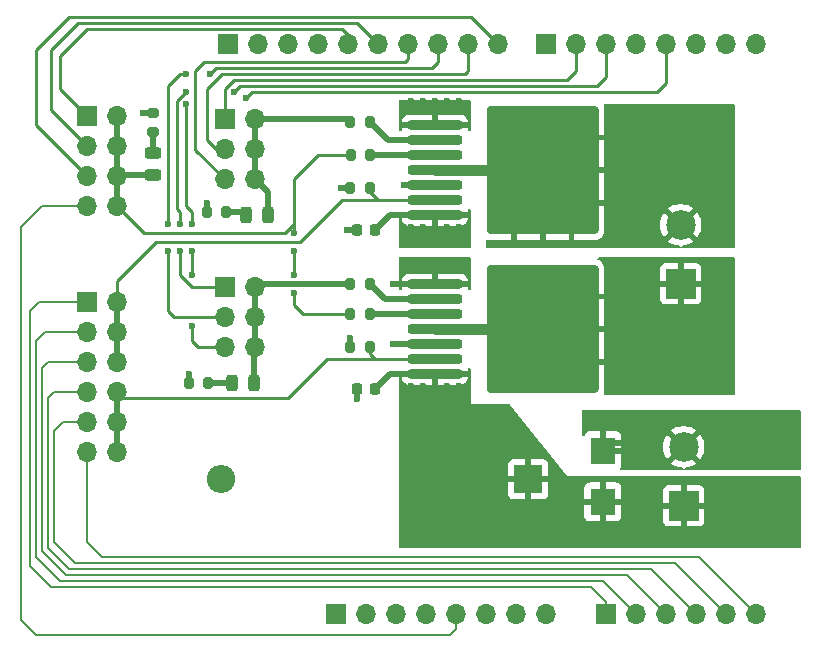
<source format=gbr>
%TF.GenerationSoftware,KiCad,Pcbnew,7.0.1*%
%TF.CreationDate,2023-05-22T01:14:16-06:00*%
%TF.ProjectId,MegaMoto_Driver_Shield,4d656761-4d6f-4746-9f5f-447269766572,rev?*%
%TF.SameCoordinates,Original*%
%TF.FileFunction,Copper,L1,Top*%
%TF.FilePolarity,Positive*%
%FSLAX46Y46*%
G04 Gerber Fmt 4.6, Leading zero omitted, Abs format (unit mm)*
G04 Created by KiCad (PCBNEW 7.0.1) date 2023-05-22 01:14:16*
%MOMM*%
%LPD*%
G01*
G04 APERTURE LIST*
G04 Aperture macros list*
%AMRoundRect*
0 Rectangle with rounded corners*
0 $1 Rounding radius*
0 $2 $3 $4 $5 $6 $7 $8 $9 X,Y pos of 4 corners*
0 Add a 4 corners polygon primitive as box body*
4,1,4,$2,$3,$4,$5,$6,$7,$8,$9,$2,$3,0*
0 Add four circle primitives for the rounded corners*
1,1,$1+$1,$2,$3*
1,1,$1+$1,$4,$5*
1,1,$1+$1,$6,$7*
1,1,$1+$1,$8,$9*
0 Add four rect primitives between the rounded corners*
20,1,$1+$1,$2,$3,$4,$5,0*
20,1,$1+$1,$4,$5,$6,$7,0*
20,1,$1+$1,$6,$7,$8,$9,0*
20,1,$1+$1,$8,$9,$2,$3,0*%
G04 Aperture macros list end*
%TA.AperFunction,ComponentPad*%
%ADD10R,1.700000X1.700000*%
%TD*%
%TA.AperFunction,ComponentPad*%
%ADD11O,1.700000X1.700000*%
%TD*%
%TA.AperFunction,SMDPad,CuDef*%
%ADD12RoundRect,0.200000X-0.200000X-0.275000X0.200000X-0.275000X0.200000X0.275000X-0.200000X0.275000X0*%
%TD*%
%TA.AperFunction,SMDPad,CuDef*%
%ADD13RoundRect,0.243750X-0.243750X-0.456250X0.243750X-0.456250X0.243750X0.456250X-0.243750X0.456250X0*%
%TD*%
%TA.AperFunction,ComponentPad*%
%ADD14R,2.500000X2.500000*%
%TD*%
%TA.AperFunction,ComponentPad*%
%ADD15C,2.500000*%
%TD*%
%TA.AperFunction,SMDPad,CuDef*%
%ADD16RoundRect,0.200000X0.200000X0.275000X-0.200000X0.275000X-0.200000X-0.275000X0.200000X-0.275000X0*%
%TD*%
%TA.AperFunction,SMDPad,CuDef*%
%ADD17RoundRect,0.225000X0.225000X0.250000X-0.225000X0.250000X-0.225000X-0.250000X0.225000X-0.250000X0*%
%TD*%
%TA.AperFunction,SMDPad,CuDef*%
%ADD18RoundRect,0.200000X0.275000X-0.200000X0.275000X0.200000X-0.275000X0.200000X-0.275000X-0.200000X0*%
%TD*%
%TA.AperFunction,SMDPad,CuDef*%
%ADD19R,2.120000X2.280000*%
%TD*%
%TA.AperFunction,ComponentPad*%
%ADD20R,2.400000X2.400000*%
%TD*%
%TA.AperFunction,ComponentPad*%
%ADD21O,2.400000X2.400000*%
%TD*%
%TA.AperFunction,SMDPad,CuDef*%
%ADD22RoundRect,0.200000X-2.100000X-0.200000X2.100000X-0.200000X2.100000X0.200000X-2.100000X0.200000X0*%
%TD*%
%TA.AperFunction,SMDPad,CuDef*%
%ADD23RoundRect,0.250000X-2.025000X-2.375000X2.025000X-2.375000X2.025000X2.375000X-2.025000X2.375000X0*%
%TD*%
%TA.AperFunction,SMDPad,CuDef*%
%ADD24RoundRect,0.250002X-4.449998X-5.149998X4.449998X-5.149998X4.449998X5.149998X-4.449998X5.149998X0*%
%TD*%
%TA.AperFunction,SMDPad,CuDef*%
%ADD25RoundRect,0.243750X-0.456250X0.243750X-0.456250X-0.243750X0.456250X-0.243750X0.456250X0.243750X0*%
%TD*%
%TA.AperFunction,ViaPad*%
%ADD26C,0.600000*%
%TD*%
%TA.AperFunction,Conductor*%
%ADD27C,0.508000*%
%TD*%
%TA.AperFunction,Conductor*%
%ADD28C,0.254000*%
%TD*%
%TA.AperFunction,Conductor*%
%ADD29C,0.889000*%
%TD*%
%TA.AperFunction,Conductor*%
%ADD30C,0.203200*%
%TD*%
G04 APERTURE END LIST*
D10*
%TO.P,J1,1,Pin_1*%
%TO.N,unconnected-(J1-Pin_1-Pad1)*%
X127940000Y-97460000D03*
D11*
%TO.P,J1,2,Pin_2*%
%TO.N,unconnected-(J1-Pin_2-Pad2)*%
X130480000Y-97460000D03*
%TO.P,J1,3,Pin_3*%
%TO.N,unconnected-(J1-Pin_3-Pad3)*%
X133020000Y-97460000D03*
%TO.P,J1,4,Pin_4*%
%TO.N,unconnected-(J1-Pin_4-Pad4)*%
X135560000Y-97460000D03*
%TO.P,J1,5,Pin_5*%
%TO.N,+5V*%
X138100000Y-97460000D03*
%TO.P,J1,6,Pin_6*%
%TO.N,GND*%
X140640000Y-97460000D03*
%TO.P,J1,7,Pin_7*%
X143180000Y-97460000D03*
%TO.P,J1,8,Pin_8*%
%TO.N,unconnected-(J1-Pin_8-Pad8)*%
X145720000Y-97460000D03*
%TD*%
D10*
%TO.P,J3,1,Pin_1*%
%TO.N,A0*%
X150800000Y-97460000D03*
D11*
%TO.P,J3,2,Pin_2*%
%TO.N,A1*%
X153340000Y-97460000D03*
%TO.P,J3,3,Pin_3*%
%TO.N,A2*%
X155880000Y-97460000D03*
%TO.P,J3,4,Pin_4*%
%TO.N,A3*%
X158420000Y-97460000D03*
%TO.P,J3,5,Pin_5*%
%TO.N,A4*%
X160960000Y-97460000D03*
%TO.P,J3,6,Pin_6*%
%TO.N,A5*%
X163500000Y-97460000D03*
%TD*%
D10*
%TO.P,J2,1,Pin_1*%
%TO.N,unconnected-(J2-Pin_1-Pad1)*%
X118796000Y-49200000D03*
D11*
%TO.P,J2,2,Pin_2*%
%TO.N,unconnected-(J2-Pin_2-Pad2)*%
X121336000Y-49200000D03*
%TO.P,J2,3,Pin_3*%
%TO.N,unconnected-(J2-Pin_3-Pad3)*%
X123876000Y-49200000D03*
%TO.P,J2,4,Pin_4*%
%TO.N,GND*%
X126416000Y-49200000D03*
%TO.P,J2,5,Pin_5*%
%TO.N,D13*%
X128956000Y-49200000D03*
%TO.P,J2,6,Pin_6*%
%TO.N,D12*%
X131496000Y-49200000D03*
%TO.P,J2,7,Pin_7*%
%TO.N,PWM11*%
X134036000Y-49200000D03*
%TO.P,J2,8,Pin_8*%
%TO.N,PWM10*%
X136576000Y-49200000D03*
%TO.P,J2,9,Pin_9*%
%TO.N,PWM9*%
X139116000Y-49200000D03*
%TO.P,J2,10,Pin_10*%
%TO.N,D8*%
X141656000Y-49200000D03*
%TD*%
D10*
%TO.P,J4,1,Pin_1*%
%TO.N,unconnected-(J4-Pin_1-Pad1)*%
X145720000Y-49200000D03*
D11*
%TO.P,J4,2,Pin_2*%
%TO.N,PWM6*%
X148260000Y-49200000D03*
%TO.P,J4,3,Pin_3*%
%TO.N,PWM5*%
X150800000Y-49200000D03*
%TO.P,J4,4,Pin_4*%
%TO.N,unconnected-(J4-Pin_4-Pad4)*%
X153340000Y-49200000D03*
%TO.P,J4,5,Pin_5*%
%TO.N,PWM3*%
X155880000Y-49200000D03*
%TO.P,J4,6,Pin_6*%
%TO.N,unconnected-(J4-Pin_6-Pad6)*%
X158420000Y-49200000D03*
%TO.P,J4,7,Pin_7*%
%TO.N,unconnected-(J4-Pin_7-Pad7)*%
X160960000Y-49200000D03*
%TO.P,J4,8,Pin_8*%
%TO.N,unconnected-(J4-Pin_8-Pad8)*%
X163500000Y-49200000D03*
%TD*%
D12*
%TO.P,R4,1*%
%TO.N,/PWM-A*%
X129147000Y-55804000D03*
%TO.P,R4,2*%
%TO.N,Net-(Q2-IN)*%
X130797000Y-55804000D03*
%TD*%
D13*
%TO.P,D2,1,K*%
%TO.N,Net-(D2-K)*%
X120320000Y-63678000D03*
%TO.P,D2,2,A*%
%TO.N,/PWM-A*%
X122195000Y-63678000D03*
%TD*%
D14*
%TO.P,J7,1,Pin_1*%
%TO.N,OUT_B*%
X157150000Y-69480000D03*
D15*
%TO.P,J7,2,Pin_2*%
%TO.N,OUT_A*%
X157150000Y-64480000D03*
%TD*%
D10*
%TO.P,J8,1,Pin_1*%
%TO.N,PWM5*%
X118537000Y-69789000D03*
D11*
%TO.P,J8,2,Pin_2*%
%TO.N,/PWM-B*%
X121077000Y-69789000D03*
%TO.P,J8,3,Pin_3*%
%TO.N,PWM10*%
X118537000Y-72329000D03*
%TO.P,J8,4,Pin_4*%
%TO.N,/PWM-B*%
X121077000Y-72329000D03*
%TO.P,J8,5,Pin_5*%
%TO.N,PWM3*%
X118537000Y-74869000D03*
%TO.P,J8,6,Pin_6*%
%TO.N,/PWM-B*%
X121077000Y-74869000D03*
%TD*%
D10*
%TO.P,J5,1,Pin_1*%
%TO.N,D13*%
X106858000Y-55296000D03*
D11*
%TO.P,J5,2,Pin_2*%
%TO.N,ENABLE*%
X109398000Y-55296000D03*
%TO.P,J5,3,Pin_3*%
%TO.N,D12*%
X106858000Y-57836000D03*
%TO.P,J5,4,Pin_4*%
%TO.N,ENABLE*%
X109398000Y-57836000D03*
%TO.P,J5,5,Pin_5*%
%TO.N,D8*%
X106858000Y-60376000D03*
%TO.P,J5,6,Pin_6*%
%TO.N,ENABLE*%
X109398000Y-60376000D03*
%TO.P,J5,7,Pin_7*%
%TO.N,+5V*%
X106858000Y-62916000D03*
%TO.P,J5,8,Pin_8*%
%TO.N,ENABLE*%
X109398000Y-62916000D03*
%TD*%
D16*
%TO.P,R8,2*%
%TO.N,GND*%
X117018000Y-63424000D03*
%TO.P,R8,1*%
%TO.N,Net-(D2-K)*%
X118668000Y-63424000D03*
%TD*%
D17*
%TO.P,C1,1*%
%TO.N,VCC*%
X131255000Y-64948000D03*
%TO.P,C1,2*%
%TO.N,GND*%
X129705000Y-64948000D03*
%TD*%
D18*
%TO.P,R9,1*%
%TO.N,Net-(D3-K)*%
X112446000Y-56629000D03*
%TO.P,R9,2*%
%TO.N,GND*%
X112446000Y-54979000D03*
%TD*%
D12*
%TO.P,R1,1*%
%TO.N,ENABLE*%
X129210000Y-58598000D03*
%TO.P,R1,2*%
%TO.N,Net-(Q2-INH)*%
X130860000Y-58598000D03*
%TD*%
D10*
%TO.P,J10,1,Pin_1*%
%TO.N,A0*%
X106858000Y-71044000D03*
D11*
%TO.P,J10,2,Pin_2*%
%TO.N,CURR-B*%
X109398000Y-71044000D03*
%TO.P,J10,3,Pin_3*%
%TO.N,A1*%
X106858000Y-73584000D03*
%TO.P,J10,4,Pin_4*%
%TO.N,CURR-B*%
X109398000Y-73584000D03*
%TO.P,J10,5,Pin_5*%
%TO.N,A2*%
X106858000Y-76124000D03*
%TO.P,J10,6,Pin_6*%
%TO.N,CURR-B*%
X109398000Y-76124000D03*
%TO.P,J10,7,Pin_7*%
%TO.N,A3*%
X106858000Y-78664000D03*
%TO.P,J10,8,Pin_8*%
%TO.N,CURR-A*%
X109398000Y-78664000D03*
%TO.P,J10,9,Pin_9*%
%TO.N,A4*%
X106858000Y-81204000D03*
%TO.P,J10,10,Pin_10*%
%TO.N,CURR-A*%
X109398000Y-81204000D03*
%TO.P,J10,11,Pin_11*%
%TO.N,A5*%
X106858000Y-83744000D03*
%TO.P,J10,12,Pin_12*%
%TO.N,CURR-A*%
X109398000Y-83744000D03*
%TD*%
D19*
%TO.P,D4,A*%
%TO.N,GND*%
X150546000Y-83611000D03*
%TO.P,D4,C*%
%TO.N,VCC*%
X150546000Y-87941000D03*
%TD*%
D16*
%TO.P,R6,1*%
%TO.N,CURR-B*%
X130797000Y-61392000D03*
%TO.P,R6,2*%
%TO.N,GND*%
X129147000Y-61392000D03*
%TD*%
D20*
%TO.P,C3,1*%
%TO.N,VCC*%
X144242000Y-86030000D03*
D21*
%TO.P,C3,2*%
%TO.N,GND*%
X118242000Y-86030000D03*
%TD*%
D16*
%TO.P,R7,1*%
%TO.N,Net-(D1-K)*%
X117144000Y-77902000D03*
%TO.P,R7,2*%
%TO.N,GND*%
X115494000Y-77902000D03*
%TD*%
D17*
%TO.P,C2,1*%
%TO.N,VCC*%
X131255000Y-78410000D03*
%TO.P,C2,2*%
%TO.N,GND*%
X129705000Y-78410000D03*
%TD*%
D22*
%TO.P,Q1,1*%
%TO.N,GND*%
X136322000Y-69520000D03*
%TO.P,Q1,2,IN*%
%TO.N,Net-(Q1-IN)*%
X136322000Y-70790000D03*
%TO.P,Q1,3,INH*%
%TO.N,Net-(Q1-INH)*%
X136322000Y-72060000D03*
%TO.P,Q1,4*%
%TO.N,OUT_B*%
X136322000Y-73330000D03*
%TO.P,Q1,5,SR*%
%TO.N,GND*%
X136322000Y-74600000D03*
%TO.P,Q1,6,IS*%
%TO.N,CURR-A*%
X136322000Y-75870000D03*
%TO.P,Q1,7*%
%TO.N,VCC*%
X136322000Y-77140000D03*
D23*
%TO.P,Q1,8*%
%TO.N,OUT_B*%
X143047000Y-70555000D03*
X143047000Y-76105000D03*
D24*
X145472000Y-73330000D03*
D23*
X147897000Y-70555000D03*
X147897000Y-76105000D03*
%TD*%
D11*
%TO.P,J9,6,Pin_6*%
%TO.N,/PWM-A*%
X121077000Y-60645000D03*
%TO.P,J9,5,Pin_5*%
%TO.N,PWM11*%
X118537000Y-60645000D03*
%TO.P,J9,4,Pin_4*%
%TO.N,/PWM-A*%
X121077000Y-58105000D03*
%TO.P,J9,3,Pin_3*%
%TO.N,PWM9*%
X118537000Y-58105000D03*
%TO.P,J9,2,Pin_2*%
%TO.N,/PWM-A*%
X121077000Y-55565000D03*
D10*
%TO.P,J9,1,Pin_1*%
%TO.N,PWM6*%
X118537000Y-55565000D03*
%TD*%
D16*
%TO.P,R5,1*%
%TO.N,CURR-A*%
X130797000Y-74854000D03*
%TO.P,R5,2*%
%TO.N,GND*%
X129147000Y-74854000D03*
%TD*%
D25*
%TO.P,D3,1,K*%
%TO.N,Net-(D3-K)*%
X112446000Y-58422500D03*
%TO.P,D3,2,A*%
%TO.N,ENABLE*%
X112446000Y-60297500D03*
%TD*%
D12*
%TO.P,R2,1*%
%TO.N,/PWM-B*%
X129147000Y-69520000D03*
%TO.P,R2,2*%
%TO.N,Net-(Q1-IN)*%
X130797000Y-69520000D03*
%TD*%
D22*
%TO.P,Q2,1*%
%TO.N,GND*%
X136322000Y-56058000D03*
%TO.P,Q2,2,IN*%
%TO.N,Net-(Q2-IN)*%
X136322000Y-57328000D03*
%TO.P,Q2,3,INH*%
%TO.N,Net-(Q2-INH)*%
X136322000Y-58598000D03*
%TO.P,Q2,4*%
%TO.N,OUT_A*%
X136322000Y-59868000D03*
%TO.P,Q2,5,SR*%
%TO.N,GND*%
X136322000Y-61138000D03*
%TO.P,Q2,6,IS*%
%TO.N,CURR-B*%
X136322000Y-62408000D03*
%TO.P,Q2,7*%
%TO.N,VCC*%
X136322000Y-63678000D03*
D23*
%TO.P,Q2,8*%
%TO.N,OUT_A*%
X143047000Y-57093000D03*
X143047000Y-62643000D03*
D24*
X145472000Y-59868000D03*
D23*
X147897000Y-57093000D03*
X147897000Y-62643000D03*
%TD*%
D14*
%TO.P,J6,1,Pin_1*%
%TO.N,VCC*%
X157404000Y-88276000D03*
D15*
%TO.P,J6,2,Pin_2*%
%TO.N,GND*%
X157404000Y-83276000D03*
%TD*%
D13*
%TO.P,D1,1,K*%
%TO.N,Net-(D1-K)*%
X119128500Y-77902000D03*
%TO.P,D1,2,A*%
%TO.N,/PWM-B*%
X121003500Y-77902000D03*
%TD*%
D12*
%TO.P,R3,1*%
%TO.N,ENABLE*%
X129147000Y-72060000D03*
%TO.P,R3,2*%
%TO.N,Net-(Q1-INH)*%
X130797000Y-72060000D03*
%TD*%
D26*
%TO.N,GND*%
X132766000Y-69520000D03*
X132766000Y-74600000D03*
%TO.N,VCC*%
X138354000Y-79172000D03*
X137334395Y-79156861D03*
X136322000Y-79172000D03*
X135306000Y-79172000D03*
X134290000Y-79172000D03*
X138354000Y-78156000D03*
X137338000Y-78156000D03*
X136322000Y-78156000D03*
X135306000Y-78156000D03*
X134290000Y-78156000D03*
%TO.N,GND*%
X117021951Y-62613912D03*
%TO.N,PWM3*%
X115748000Y-73076000D03*
X115748000Y-68758000D03*
X115748000Y-66726000D03*
X115748000Y-64440000D03*
X115240000Y-54280000D03*
%TO.N,PWM5*%
X114732000Y-66726000D03*
%TO.N,PWM3*%
X120320000Y-53772000D03*
%TO.N,PWM5*%
X114732000Y-64440000D03*
X115240000Y-53264000D03*
X119304000Y-53264000D03*
%TO.N,PWM10*%
X113716000Y-64440000D03*
X115240000Y-51740000D03*
X113716000Y-66726000D03*
X117272000Y-51740000D03*
%TO.N,ENABLE*%
X124384000Y-65202000D03*
X124384000Y-66726000D03*
X124384000Y-70282000D03*
X124384000Y-68758000D03*
%TO.N,GND*%
X129150725Y-74052483D03*
X151950810Y-82917486D03*
X133694636Y-61154901D03*
X166040000Y-84760000D03*
X163500000Y-84760000D03*
X162230000Y-84760000D03*
X164770000Y-84760000D03*
X166040000Y-83744000D03*
X163500000Y-83744000D03*
X162230000Y-83744000D03*
X164770000Y-83744000D03*
X166040000Y-82728000D03*
X163500000Y-82728000D03*
X162230000Y-82728000D03*
X164770000Y-82728000D03*
X166040000Y-81712000D03*
X164770000Y-81712000D03*
X163500000Y-81712000D03*
X162230000Y-81712000D03*
X166040000Y-80696000D03*
X164770000Y-80696000D03*
X163500000Y-80696000D03*
X162230000Y-80696000D03*
X152832000Y-80696000D03*
X151816000Y-80696000D03*
X150819465Y-80687468D03*
X149784000Y-80696000D03*
X152832000Y-81712000D03*
X151816000Y-81712000D03*
X150800000Y-81712000D03*
X149784000Y-81712000D03*
X129711511Y-79207564D03*
X115488713Y-77106865D03*
X111634256Y-54996342D03*
X128903311Y-64946243D03*
X128413968Y-61391338D03*
%TO.N,VCC*%
X138354000Y-65710000D03*
X137338000Y-65710000D03*
X136322000Y-65710000D03*
X135306000Y-65710000D03*
X134290000Y-65710000D03*
X138354000Y-64694000D03*
X137338000Y-64694000D03*
X136322000Y-64694000D03*
X135306000Y-64694000D03*
X134290000Y-64694000D03*
%TO.N,GND*%
X138354000Y-54026000D03*
X137338000Y-54026000D03*
X136322000Y-54026000D03*
X135306000Y-54026000D03*
X134290000Y-54788000D03*
X135306000Y-54788000D03*
X136322000Y-54788000D03*
X137338000Y-54788000D03*
X138354000Y-54788000D03*
X134290000Y-54026000D03*
%TD*%
D27*
%TO.N,/PWM-A*%
X121097000Y-60645000D02*
X122195000Y-61743000D01*
X121077000Y-60645000D02*
X121097000Y-60645000D01*
D28*
%TO.N,CURR-A*%
X130797000Y-75425000D02*
X131242000Y-75870000D01*
X130797000Y-74854000D02*
X130797000Y-75425000D01*
D27*
%TO.N,GND*%
X129150725Y-74850275D02*
X129150725Y-74052483D01*
X129147000Y-74854000D02*
X129150725Y-74850275D01*
D28*
%TO.N,CURR-B*%
X130797000Y-61709000D02*
X131496000Y-62408000D01*
X130797000Y-61392000D02*
X130797000Y-61709000D01*
D27*
%TO.N,GND*%
X136322000Y-69520000D02*
X132766000Y-69520000D01*
X136322000Y-74600000D02*
X132766000Y-74600000D01*
%TO.N,VCC*%
X135306000Y-77140000D02*
X132525000Y-77140000D01*
%TO.N,GND*%
X117018000Y-62617863D02*
X117021951Y-62613912D01*
X117018000Y-63424000D02*
X117018000Y-62617863D01*
%TO.N,/PWM-A*%
X122195000Y-61743000D02*
X122195000Y-63678000D01*
%TO.N,Net-(D2-K)*%
X120066000Y-63424000D02*
X120320000Y-63678000D01*
X118668000Y-63424000D02*
X120066000Y-63424000D01*
D28*
%TO.N,PWM3*%
X118522000Y-74854000D02*
X118537000Y-74869000D01*
X116256000Y-74854000D02*
X118522000Y-74854000D01*
X115748000Y-74346000D02*
X116256000Y-74854000D01*
X115748000Y-73076000D02*
X115748000Y-74346000D01*
X115748000Y-67488000D02*
X115748000Y-68758000D01*
%TO.N,PWM5*%
X114732000Y-68758000D02*
X115748000Y-69774000D01*
X115748000Y-69774000D02*
X118522000Y-69774000D01*
X114732000Y-66726000D02*
X114732000Y-68758000D01*
X118522000Y-69774000D02*
X118537000Y-69789000D01*
X114478000Y-54026000D02*
X115240000Y-53264000D01*
X114478000Y-63170000D02*
X114478000Y-54026000D01*
X114732000Y-63424000D02*
X114478000Y-63170000D01*
X114732000Y-64440000D02*
X114732000Y-63424000D01*
%TO.N,PWM3*%
X115748000Y-66726000D02*
X115748000Y-67488000D01*
X115748000Y-63424000D02*
X115748000Y-64440000D01*
X115240000Y-54280000D02*
X115240000Y-62916000D01*
X115240000Y-62916000D02*
X115748000Y-63424000D01*
%TO.N,PWM10*%
X118522000Y-72314000D02*
X118537000Y-72329000D01*
X113716000Y-71806000D02*
X114224000Y-72314000D01*
X113716000Y-66726000D02*
X113716000Y-71806000D01*
X114224000Y-72314000D02*
X118522000Y-72314000D01*
X113716000Y-52756000D02*
X114732000Y-51740000D01*
X113716000Y-64440000D02*
X113716000Y-52756000D01*
X114732000Y-51740000D02*
X115240000Y-51740000D01*
D27*
%TO.N,GND*%
X111651598Y-54979000D02*
X111634256Y-54996342D01*
X112446000Y-54979000D02*
X111651598Y-54979000D01*
%TO.N,ENABLE*%
X109476500Y-60297500D02*
X109398000Y-60376000D01*
X112446000Y-60297500D02*
X109476500Y-60297500D01*
D28*
%TO.N,PWM3*%
X120828000Y-53264000D02*
X120320000Y-53772000D01*
X128194000Y-53264000D02*
X120828000Y-53264000D01*
%TO.N,PWM5*%
X119812000Y-52756000D02*
X119304000Y-53264000D01*
X128194000Y-52756000D02*
X119812000Y-52756000D01*
%TO.N,PWM11*%
X116002000Y-51486000D02*
X116002000Y-58110000D01*
X116764000Y-50724000D02*
X116002000Y-51486000D01*
X133782000Y-50724000D02*
X116764000Y-50724000D01*
X134036000Y-50470000D02*
X133782000Y-50724000D01*
X116002000Y-58110000D02*
X118537000Y-60645000D01*
X134036000Y-49200000D02*
X134036000Y-50470000D01*
%TO.N,PWM10*%
X117780000Y-51232000D02*
X117272000Y-51740000D01*
X128194000Y-51232000D02*
X117780000Y-51232000D01*
%TO.N,PWM9*%
X117018000Y-57328000D02*
X117795000Y-58105000D01*
X118288000Y-51740000D02*
X117018000Y-53010000D01*
X138862000Y-51740000D02*
X118288000Y-51740000D01*
X139116000Y-49200000D02*
X139116000Y-51486000D01*
X139116000Y-51486000D02*
X138862000Y-51740000D01*
X117018000Y-53010000D02*
X117018000Y-57328000D01*
X117795000Y-58105000D02*
X118537000Y-58105000D01*
%TO.N,PWM6*%
X118542000Y-55560000D02*
X118537000Y-55565000D01*
X119304000Y-52248000D02*
X118542000Y-53010000D01*
X118542000Y-53010000D02*
X118542000Y-55560000D01*
X147498000Y-52248000D02*
X119304000Y-52248000D01*
X148260000Y-51486000D02*
X147498000Y-52248000D01*
X148260000Y-49200000D02*
X148260000Y-51486000D01*
%TO.N,PWM3*%
X155118000Y-53264000D02*
X128194000Y-53264000D01*
X155880000Y-52502000D02*
X155118000Y-53264000D01*
X155880000Y-49200000D02*
X155880000Y-52502000D01*
%TO.N,PWM5*%
X150038000Y-52756000D02*
X128194000Y-52756000D01*
X150800000Y-51994000D02*
X150038000Y-52756000D01*
X150800000Y-49200000D02*
X150800000Y-51994000D01*
%TO.N,PWM10*%
X136576000Y-50724000D02*
X136068000Y-51232000D01*
X136068000Y-51232000D02*
X128194000Y-51232000D01*
X136576000Y-49200000D02*
X136576000Y-50724000D01*
%TO.N,D8*%
X102540000Y-56058000D02*
X106858000Y-60376000D01*
X102540000Y-49708000D02*
X102540000Y-56058000D01*
X105334000Y-46914000D02*
X102540000Y-49708000D01*
X139370000Y-46914000D02*
X105334000Y-46914000D01*
X141656000Y-49200000D02*
X139370000Y-46914000D01*
%TO.N,D12*%
X103810000Y-49708000D02*
X103810000Y-54788000D01*
X106096000Y-47422000D02*
X103810000Y-49708000D01*
X129718000Y-47422000D02*
X106096000Y-47422000D01*
X103810000Y-54788000D02*
X106858000Y-57836000D01*
X131496000Y-49200000D02*
X129718000Y-47422000D01*
%TO.N,D13*%
X106858000Y-47930000D02*
X104572000Y-50216000D01*
X104572000Y-50216000D02*
X104572000Y-53010000D01*
X128448000Y-47930000D02*
X106858000Y-47930000D01*
X128956000Y-49200000D02*
X128956000Y-48438000D01*
X128956000Y-48438000D02*
X128448000Y-47930000D01*
X104572000Y-53010000D02*
X106858000Y-55296000D01*
%TO.N,ENABLE*%
X109398000Y-62916000D02*
X111684000Y-65202000D01*
X111684000Y-65202000D02*
X123622000Y-65202000D01*
X124384000Y-64440000D02*
X124384000Y-60630000D01*
X123622000Y-65202000D02*
X124384000Y-64440000D01*
X124384000Y-65202000D02*
X124384000Y-64440000D01*
X126416000Y-58598000D02*
X129210000Y-58598000D01*
X124384000Y-60630000D02*
X126416000Y-58598000D01*
X124384000Y-68758000D02*
X124384000Y-66726000D01*
X124384000Y-71298000D02*
X124384000Y-70282000D01*
X125146000Y-72060000D02*
X124384000Y-71298000D01*
X129147000Y-72060000D02*
X125146000Y-72060000D01*
%TO.N,CURR-A*%
X131242000Y-75870000D02*
X127178000Y-75870000D01*
X136322000Y-75870000D02*
X131242000Y-75870000D01*
X109906000Y-79172000D02*
X109398000Y-78664000D01*
X123876000Y-79172000D02*
X109906000Y-79172000D01*
X127178000Y-75870000D02*
X123876000Y-79172000D01*
%TO.N,CURR-B*%
X131496000Y-62408000D02*
X136322000Y-62408000D01*
X128448000Y-62408000D02*
X131496000Y-62408000D01*
X124892000Y-65964000D02*
X128448000Y-62408000D01*
X112700000Y-65964000D02*
X124892000Y-65964000D01*
X109398000Y-69266000D02*
X112700000Y-65964000D01*
X109398000Y-71044000D02*
X109398000Y-69266000D01*
D27*
%TO.N,/PWM-A*%
X120828000Y-60894000D02*
X121077000Y-60645000D01*
%TO.N,Net-(D1-K)*%
X119128500Y-77902000D02*
X117144000Y-77902000D01*
%TO.N,/PWM-B*%
X121003500Y-77902000D02*
X121003500Y-74942500D01*
X121003500Y-74942500D02*
X121077000Y-74869000D01*
%TO.N,Net-(D3-K)*%
X112446000Y-58422500D02*
X112446000Y-56629000D01*
%TO.N,/PWM-B*%
X129147000Y-69520000D02*
X121346000Y-69520000D01*
X121346000Y-69520000D02*
X121077000Y-69789000D01*
%TO.N,Net-(Q2-INH)*%
X136322000Y-58598000D02*
X130860000Y-58598000D01*
%TO.N,Net-(Q2-IN)*%
X136322000Y-57328000D02*
X132321000Y-57328000D01*
X132321000Y-57328000D02*
X130797000Y-55804000D01*
D29*
%TO.N,OUT_B*%
X136322000Y-73330000D02*
X145472000Y-73330000D01*
%TO.N,OUT_A*%
X136322000Y-59868000D02*
X145472000Y-59868000D01*
D27*
%TO.N,Net-(Q1-INH)*%
X136322000Y-72060000D02*
X130797000Y-72060000D01*
%TO.N,Net-(Q1-IN)*%
X132067000Y-70790000D02*
X130797000Y-69520000D01*
X136322000Y-70790000D02*
X132067000Y-70790000D01*
%TO.N,VCC*%
X132525000Y-77140000D02*
X131255000Y-78410000D01*
X136322000Y-77140000D02*
X135306000Y-77140000D01*
X132525000Y-63678000D02*
X131255000Y-64948000D01*
X136322000Y-63678000D02*
X132525000Y-63678000D01*
%TO.N,GND*%
X151239514Y-82917486D02*
X150546000Y-83611000D01*
X151950810Y-82917486D02*
X151239514Y-82917486D01*
X115494000Y-77112152D02*
X115488713Y-77106865D01*
X115494000Y-77902000D02*
X115494000Y-77112152D01*
X133711537Y-61138000D02*
X133694636Y-61154901D01*
X136322000Y-61138000D02*
X133711537Y-61138000D01*
X129146338Y-61391338D02*
X129147000Y-61392000D01*
X128413968Y-61391338D02*
X129146338Y-61391338D01*
X128905068Y-64948000D02*
X128903311Y-64946243D01*
X129705000Y-64948000D02*
X128905068Y-64948000D01*
X129705000Y-79201053D02*
X129711511Y-79207564D01*
X129705000Y-78410000D02*
X129705000Y-79201053D01*
%TO.N,/PWM-A*%
X128908000Y-55565000D02*
X129147000Y-55804000D01*
X121077000Y-55565000D02*
X128908000Y-55565000D01*
%TO.N,ENABLE*%
X109398000Y-62916000D02*
X109398000Y-60376000D01*
X109398000Y-60376000D02*
X109398000Y-57836000D01*
X109398000Y-55296000D02*
X109398000Y-57836000D01*
%TO.N,/PWM-A*%
X121077000Y-55565000D02*
X121077000Y-58105000D01*
X121077000Y-60645000D02*
X121077000Y-58105000D01*
%TO.N,/PWM-B*%
X121077000Y-74869000D02*
X121077000Y-72329000D01*
X121077000Y-69789000D02*
X121077000Y-72329000D01*
%TO.N,CURR-A*%
X109398000Y-83744000D02*
X109398000Y-81204000D01*
X109398000Y-78664000D02*
X109398000Y-81204000D01*
%TO.N,CURR-B*%
X109398000Y-76124000D02*
X109398000Y-73584000D01*
X109398000Y-71044000D02*
X109398000Y-73584000D01*
D30*
%TO.N,A5*%
X106858000Y-91364000D02*
X108128000Y-92634000D01*
X106858000Y-83744000D02*
X106858000Y-91364000D01*
%TO.N,A4*%
X104826000Y-81204000D02*
X104064000Y-81966000D01*
X104064000Y-81966000D02*
X104064000Y-91364000D01*
X104064000Y-91364000D02*
X105842000Y-93142000D01*
X106858000Y-81204000D02*
X104826000Y-81204000D01*
%TO.N,A3*%
X154610000Y-93650000D02*
X158420000Y-97460000D01*
X103556000Y-91872000D02*
X105334000Y-93650000D01*
X105334000Y-93650000D02*
X154610000Y-93650000D01*
X103556000Y-79172000D02*
X103556000Y-91872000D01*
X104064000Y-78664000D02*
X103556000Y-79172000D01*
X106858000Y-78664000D02*
X104064000Y-78664000D01*
%TO.N,A2*%
X103556000Y-76124000D02*
X103048000Y-76632000D01*
X106858000Y-76124000D02*
X103556000Y-76124000D01*
X103048000Y-76632000D02*
X103048000Y-92126000D01*
X103048000Y-92126000D02*
X105080000Y-94158000D01*
%TO.N,A1*%
X150546000Y-94666000D02*
X153340000Y-97460000D01*
X104572000Y-94666000D02*
X150546000Y-94666000D01*
X102540000Y-92634000D02*
X104572000Y-94666000D01*
X102540000Y-74346000D02*
X102540000Y-92634000D01*
X103302000Y-73584000D02*
X102540000Y-74346000D01*
X106858000Y-73584000D02*
X103302000Y-73584000D01*
%TO.N,A0*%
X102032000Y-93396000D02*
X103810000Y-95174000D01*
X102032000Y-71806000D02*
X102032000Y-93396000D01*
X102794000Y-71044000D02*
X102032000Y-71806000D01*
X106858000Y-71044000D02*
X102794000Y-71044000D01*
%TO.N,+5V*%
X103048000Y-62916000D02*
X106858000Y-62916000D01*
X101270000Y-97968000D02*
X101270000Y-64694000D01*
X101270000Y-64694000D02*
X103048000Y-62916000D01*
X137592000Y-99238000D02*
X102540000Y-99238000D01*
X102540000Y-99238000D02*
X101270000Y-97968000D01*
X138100000Y-97460000D02*
X138100000Y-98730000D01*
X138100000Y-98730000D02*
X137592000Y-99238000D01*
%TO.N,A0*%
X150800000Y-96444000D02*
X149530000Y-95174000D01*
X149530000Y-95174000D02*
X103810000Y-95174000D01*
X150800000Y-97460000D02*
X150800000Y-96444000D01*
%TO.N,A2*%
X152578000Y-94158000D02*
X105080000Y-94158000D01*
X155880000Y-97460000D02*
X152578000Y-94158000D01*
%TO.N,A4*%
X160960000Y-97460000D02*
X156642000Y-93142000D01*
X156642000Y-93142000D02*
X105842000Y-93142000D01*
%TO.N,A5*%
X158674000Y-92634000D02*
X108128000Y-92634000D01*
X163500000Y-97460000D02*
X158674000Y-92634000D01*
%TD*%
%TA.AperFunction,Conductor*%
%TO.N,OUT_A*%
G36*
X161660000Y-54296613D02*
G01*
X161705387Y-54342000D01*
X161722000Y-54404000D01*
X161722000Y-66348000D01*
X161705387Y-66410000D01*
X161660000Y-66455387D01*
X161598000Y-66472000D01*
X157330244Y-66472000D01*
X157270940Y-66456899D01*
X157226081Y-66415276D01*
X157206591Y-66357266D01*
X157217217Y-66297000D01*
X157255372Y-66249156D01*
X157311763Y-66225385D01*
X157540503Y-66190908D01*
X157791139Y-66113596D01*
X158027456Y-65999792D01*
X158199167Y-65882720D01*
X157150001Y-64833553D01*
X157150000Y-64833553D01*
X156100831Y-65882720D01*
X156272546Y-65999793D01*
X156508860Y-66113596D01*
X156759496Y-66190908D01*
X156988237Y-66225385D01*
X157044628Y-66249156D01*
X157082783Y-66297000D01*
X157093409Y-66357266D01*
X157073919Y-66415276D01*
X157029060Y-66456899D01*
X156969756Y-66472000D01*
X140764000Y-66472000D01*
X140702000Y-66455387D01*
X140656613Y-66410000D01*
X140640000Y-66348000D01*
X140640000Y-65853243D01*
X140653597Y-65796788D01*
X140691407Y-65752713D01*
X140745137Y-65730686D01*
X140803003Y-65735537D01*
X140869301Y-65757506D01*
X140953954Y-65766154D01*
X140961266Y-65768000D01*
X140965703Y-65768000D01*
X140978306Y-65768642D01*
X140985463Y-65769373D01*
X140993421Y-65768000D01*
X142797000Y-65768000D01*
X142797000Y-62893000D01*
X143297000Y-62893000D01*
X143297000Y-65767999D01*
X145221999Y-65767999D01*
X145222000Y-65767998D01*
X145222000Y-62893000D01*
X145722000Y-62893000D01*
X145722000Y-65767999D01*
X145811752Y-65767999D01*
X145811764Y-65768000D01*
X147647000Y-65768000D01*
X147647000Y-62893000D01*
X148147000Y-62893000D01*
X148147000Y-65767999D01*
X149971979Y-65767999D01*
X150074695Y-65757506D01*
X150241122Y-65702357D01*
X150390345Y-65610316D01*
X150514316Y-65486345D01*
X150606357Y-65337122D01*
X150661506Y-65170696D01*
X150672000Y-65067979D01*
X150672000Y-64479999D01*
X155395092Y-64479999D01*
X155414693Y-64741552D01*
X155473059Y-64997270D01*
X155568882Y-65241424D01*
X155700027Y-65468573D01*
X155747873Y-65528571D01*
X155747874Y-65528571D01*
X156796446Y-64480001D01*
X157503553Y-64480001D01*
X158552124Y-65528571D01*
X158599972Y-65468572D01*
X158731117Y-65241423D01*
X158826940Y-64997270D01*
X158885306Y-64741552D01*
X158904907Y-64479999D01*
X158885306Y-64218447D01*
X158826940Y-63962729D01*
X158731117Y-63718575D01*
X158599972Y-63491426D01*
X158552125Y-63431427D01*
X157503553Y-64480000D01*
X157503553Y-64480001D01*
X156796446Y-64480001D01*
X156796446Y-64480000D01*
X155747873Y-63431427D01*
X155700028Y-63491424D01*
X155568882Y-63718576D01*
X155473059Y-63962729D01*
X155414693Y-64218447D01*
X155395092Y-64479999D01*
X150672000Y-64479999D01*
X150672000Y-63077278D01*
X156100832Y-63077278D01*
X157150000Y-64126446D01*
X157150001Y-64126446D01*
X158199167Y-63077278D01*
X158027451Y-62960205D01*
X157791139Y-62846403D01*
X157540503Y-62769091D01*
X157281144Y-62730000D01*
X157018856Y-62730000D01*
X156759496Y-62769091D01*
X156508860Y-62846403D01*
X156272545Y-62960206D01*
X156100832Y-63077278D01*
X150672000Y-63077278D01*
X150672000Y-62893000D01*
X148147000Y-62893000D01*
X147647000Y-62893000D01*
X145722000Y-62893000D01*
X145222000Y-62893000D01*
X143297000Y-62893000D01*
X142797000Y-62893000D01*
X142797000Y-57343000D01*
X143297000Y-57343000D01*
X143297000Y-62393000D01*
X145222000Y-62393000D01*
X145222000Y-60118000D01*
X145722000Y-60118000D01*
X145722000Y-62393000D01*
X147647000Y-62393000D01*
X147647000Y-60118000D01*
X148147000Y-60118000D01*
X148147000Y-62393000D01*
X150671999Y-62393000D01*
X150671999Y-60118000D01*
X148147000Y-60118000D01*
X147647000Y-60118000D01*
X145722000Y-60118000D01*
X145222000Y-60118000D01*
X145222000Y-59742000D01*
X145238613Y-59680000D01*
X145284000Y-59634613D01*
X145346000Y-59618000D01*
X147647000Y-59618000D01*
X147647000Y-57343000D01*
X148147000Y-57343000D01*
X148147000Y-59618000D01*
X150671999Y-59618000D01*
X150671999Y-59530262D01*
X150672000Y-59530252D01*
X150672000Y-57343000D01*
X148147000Y-57343000D01*
X147647000Y-57343000D01*
X143297000Y-57343000D01*
X142797000Y-57343000D01*
X142797000Y-56967000D01*
X142813613Y-56905000D01*
X142859000Y-56859613D01*
X142921000Y-56843000D01*
X150671999Y-56843000D01*
X150671999Y-54668021D01*
X150661506Y-54565304D01*
X150620980Y-54443004D01*
X150616129Y-54385137D01*
X150638156Y-54331407D01*
X150682230Y-54293597D01*
X150738686Y-54280000D01*
X161598000Y-54280000D01*
X161660000Y-54296613D01*
G37*
%TD.AperFunction*%
%TD*%
%TA.AperFunction,Conductor*%
%TO.N,OUT_B*%
G36*
X161660000Y-67250613D02*
G01*
X161705387Y-67296000D01*
X161722000Y-67358000D01*
X161722000Y-78794000D01*
X161705387Y-78856000D01*
X161660000Y-78901387D01*
X161598000Y-78918000D01*
X150738686Y-78918000D01*
X150682230Y-78904403D01*
X150638156Y-78866593D01*
X150616129Y-78812863D01*
X150620980Y-78754996D01*
X150661506Y-78632696D01*
X150672000Y-78529979D01*
X150672000Y-76355000D01*
X142921000Y-76355000D01*
X142859000Y-76338387D01*
X142813613Y-76293000D01*
X142797000Y-76231000D01*
X142797000Y-70805000D01*
X143297000Y-70805000D01*
X143297000Y-75855000D01*
X147647000Y-75855000D01*
X147647000Y-73580000D01*
X148147000Y-73580000D01*
X148147000Y-75855000D01*
X150671999Y-75855000D01*
X150671999Y-73580000D01*
X148147000Y-73580000D01*
X147647000Y-73580000D01*
X145346000Y-73580000D01*
X145284000Y-73563387D01*
X145238613Y-73518000D01*
X145222000Y-73456000D01*
X145222000Y-73204000D01*
X145238613Y-73142000D01*
X145284000Y-73096613D01*
X145346000Y-73080000D01*
X147647000Y-73080000D01*
X147647000Y-70805000D01*
X148147000Y-70805000D01*
X148147000Y-73080000D01*
X150671999Y-73080000D01*
X150671999Y-72992262D01*
X150672000Y-72992252D01*
X150672000Y-70805000D01*
X148147000Y-70805000D01*
X147647000Y-70805000D01*
X143297000Y-70805000D01*
X142797000Y-70805000D01*
X142797000Y-70429000D01*
X142813613Y-70367000D01*
X142859000Y-70321613D01*
X142921000Y-70305000D01*
X150671999Y-70305000D01*
X150671999Y-69730000D01*
X155400000Y-69730000D01*
X155400000Y-70777824D01*
X155406402Y-70837375D01*
X155456647Y-70972089D01*
X155542811Y-71087188D01*
X155657910Y-71173352D01*
X155792624Y-71223597D01*
X155852176Y-71230000D01*
X156900000Y-71230000D01*
X156900000Y-69730000D01*
X157400000Y-69730000D01*
X157400000Y-71230000D01*
X158447824Y-71230000D01*
X158507375Y-71223597D01*
X158642089Y-71173352D01*
X158757188Y-71087188D01*
X158843352Y-70972089D01*
X158893597Y-70837375D01*
X158900000Y-70777824D01*
X158900000Y-69730000D01*
X157400000Y-69730000D01*
X156900000Y-69730000D01*
X155400000Y-69730000D01*
X150671999Y-69730000D01*
X150671999Y-69230000D01*
X155400000Y-69230000D01*
X156900000Y-69230000D01*
X156900000Y-67730000D01*
X157400000Y-67730000D01*
X157400000Y-69230000D01*
X158900000Y-69230000D01*
X158900000Y-68182176D01*
X158893597Y-68122624D01*
X158843352Y-67987910D01*
X158757188Y-67872811D01*
X158642089Y-67786647D01*
X158507375Y-67736402D01*
X158447824Y-67730000D01*
X157400000Y-67730000D01*
X156900000Y-67730000D01*
X155852176Y-67730000D01*
X155792624Y-67736402D01*
X155657910Y-67786647D01*
X155542811Y-67872811D01*
X155456647Y-67987910D01*
X155406402Y-68122624D01*
X155400000Y-68182176D01*
X155400000Y-69230000D01*
X150671999Y-69230000D01*
X150671999Y-68130021D01*
X150661506Y-68027304D01*
X150606357Y-67860877D01*
X150514316Y-67711654D01*
X150390345Y-67587683D01*
X150241122Y-67495642D01*
X150180959Y-67475706D01*
X150124052Y-67436594D01*
X150096887Y-67373111D01*
X150107888Y-67304942D01*
X150153642Y-67253226D01*
X150219963Y-67234000D01*
X161598000Y-67234000D01*
X161660000Y-67250613D01*
G37*
%TD.AperFunction*%
%TD*%
%TA.AperFunction,Conductor*%
%TO.N,VCC*%
G36*
X142666012Y-79692376D02*
G01*
X142709234Y-79727033D01*
X147498000Y-85776000D01*
X167186000Y-85776000D01*
X167248000Y-85792613D01*
X167293387Y-85838000D01*
X167310000Y-85900000D01*
X167310000Y-91748000D01*
X167293387Y-91810000D01*
X167248000Y-91855387D01*
X167186000Y-91872000D01*
X133398000Y-91872000D01*
X133336000Y-91855387D01*
X133290613Y-91810000D01*
X133274000Y-91748000D01*
X133274000Y-88191000D01*
X148986000Y-88191000D01*
X148986000Y-89128824D01*
X148992402Y-89188375D01*
X149042647Y-89323089D01*
X149128811Y-89438188D01*
X149243910Y-89524352D01*
X149378624Y-89574597D01*
X149438176Y-89581000D01*
X150296000Y-89581000D01*
X150296000Y-88191000D01*
X150796000Y-88191000D01*
X150796000Y-89581000D01*
X151653824Y-89581000D01*
X151713375Y-89574597D01*
X151848089Y-89524352D01*
X151963188Y-89438188D01*
X152049352Y-89323089D01*
X152099597Y-89188375D01*
X152106000Y-89128824D01*
X152106000Y-88526000D01*
X155654000Y-88526000D01*
X155654000Y-89573824D01*
X155660402Y-89633375D01*
X155710647Y-89768089D01*
X155796811Y-89883188D01*
X155911910Y-89969352D01*
X156046624Y-90019597D01*
X156106176Y-90026000D01*
X157154000Y-90026000D01*
X157154000Y-88526000D01*
X157654000Y-88526000D01*
X157654000Y-90026000D01*
X158701824Y-90026000D01*
X158761375Y-90019597D01*
X158896089Y-89969352D01*
X159011188Y-89883188D01*
X159097352Y-89768089D01*
X159147597Y-89633375D01*
X159154000Y-89573824D01*
X159154000Y-88526000D01*
X157654000Y-88526000D01*
X157154000Y-88526000D01*
X155654000Y-88526000D01*
X152106000Y-88526000D01*
X152106000Y-88191000D01*
X150796000Y-88191000D01*
X150296000Y-88191000D01*
X148986000Y-88191000D01*
X133274000Y-88191000D01*
X133274000Y-88026000D01*
X155654000Y-88026000D01*
X157154000Y-88026000D01*
X157154000Y-86526000D01*
X157654000Y-86526000D01*
X157654000Y-88026000D01*
X159154000Y-88026000D01*
X159154000Y-86978176D01*
X159147597Y-86918624D01*
X159097352Y-86783910D01*
X159011188Y-86668811D01*
X158896089Y-86582647D01*
X158761375Y-86532402D01*
X158701824Y-86526000D01*
X157654000Y-86526000D01*
X157154000Y-86526000D01*
X156106176Y-86526000D01*
X156046624Y-86532402D01*
X155911910Y-86582647D01*
X155796811Y-86668811D01*
X155710647Y-86783910D01*
X155660402Y-86918624D01*
X155654000Y-86978176D01*
X155654000Y-88026000D01*
X133274000Y-88026000D01*
X133274000Y-86280000D01*
X142542000Y-86280000D01*
X142542000Y-87277824D01*
X142548402Y-87337375D01*
X142598647Y-87472089D01*
X142684811Y-87587188D01*
X142799910Y-87673352D01*
X142934624Y-87723597D01*
X142994176Y-87730000D01*
X143992000Y-87730000D01*
X143992000Y-86280000D01*
X144492000Y-86280000D01*
X144492000Y-87730000D01*
X145489824Y-87730000D01*
X145549375Y-87723597D01*
X145636772Y-87691000D01*
X148986000Y-87691000D01*
X150296000Y-87691000D01*
X150296000Y-86301000D01*
X150796000Y-86301000D01*
X150796000Y-87691000D01*
X152106000Y-87691000D01*
X152106000Y-86753176D01*
X152099597Y-86693624D01*
X152049352Y-86558910D01*
X151963188Y-86443811D01*
X151848089Y-86357647D01*
X151713375Y-86307402D01*
X151653824Y-86301000D01*
X150796000Y-86301000D01*
X150296000Y-86301000D01*
X149438176Y-86301000D01*
X149378624Y-86307402D01*
X149243910Y-86357647D01*
X149128811Y-86443811D01*
X149042647Y-86558910D01*
X148992402Y-86693624D01*
X148986000Y-86753176D01*
X148986000Y-87691000D01*
X145636772Y-87691000D01*
X145684089Y-87673352D01*
X145799188Y-87587188D01*
X145885352Y-87472089D01*
X145935597Y-87337375D01*
X145942000Y-87277824D01*
X145942000Y-86280000D01*
X144492000Y-86280000D01*
X143992000Y-86280000D01*
X142542000Y-86280000D01*
X133274000Y-86280000D01*
X133274000Y-85780000D01*
X142542000Y-85780000D01*
X143992000Y-85780000D01*
X143992000Y-84330000D01*
X144492000Y-84330000D01*
X144492000Y-85780000D01*
X145942000Y-85780000D01*
X145942000Y-84782176D01*
X145935597Y-84722624D01*
X145885352Y-84587910D01*
X145799188Y-84472811D01*
X145684089Y-84386647D01*
X145549375Y-84336402D01*
X145489824Y-84330000D01*
X144492000Y-84330000D01*
X143992000Y-84330000D01*
X142994176Y-84330000D01*
X142934624Y-84336402D01*
X142799910Y-84386647D01*
X142684811Y-84472811D01*
X142598647Y-84587910D01*
X142548402Y-84722624D01*
X142542000Y-84782176D01*
X142542000Y-85780000D01*
X133274000Y-85780000D01*
X133274000Y-79680000D01*
X139370000Y-79680000D01*
X142612012Y-79680000D01*
X142666012Y-79692376D01*
G37*
%TD.AperFunction*%
%TD*%
%TA.AperFunction,Conductor*%
%TO.N,GND*%
G36*
X167248000Y-80204613D02*
G01*
X167293387Y-80250000D01*
X167310000Y-80312000D01*
X167310000Y-85144000D01*
X167293387Y-85206000D01*
X167248000Y-85251387D01*
X167186000Y-85268000D01*
X157584244Y-85268000D01*
X157524940Y-85252899D01*
X157480081Y-85211276D01*
X157460591Y-85153266D01*
X157471217Y-85093000D01*
X157509372Y-85045156D01*
X157565763Y-85021385D01*
X157794503Y-84986908D01*
X158045139Y-84909596D01*
X158281456Y-84795792D01*
X158453167Y-84678720D01*
X157404001Y-83629553D01*
X157404000Y-83629553D01*
X156354831Y-84678720D01*
X156526546Y-84795793D01*
X156762860Y-84909596D01*
X157013496Y-84986908D01*
X157242237Y-85021385D01*
X157298628Y-85045156D01*
X157336783Y-85093000D01*
X157347409Y-85153266D01*
X157327919Y-85211276D01*
X157283060Y-85252899D01*
X157223756Y-85268000D01*
X152091277Y-85268000D01*
X152026110Y-85249495D01*
X151980393Y-85199504D01*
X151967771Y-85132948D01*
X151992010Y-85069689D01*
X152049352Y-84993089D01*
X152099597Y-84858375D01*
X152106000Y-84798824D01*
X152106000Y-83861000D01*
X150420000Y-83861000D01*
X150358000Y-83844387D01*
X150312613Y-83799000D01*
X150296000Y-83737000D01*
X150296000Y-81971000D01*
X150796000Y-81971000D01*
X150796000Y-83361000D01*
X152106000Y-83361000D01*
X152106000Y-83275999D01*
X155649092Y-83275999D01*
X155668693Y-83537552D01*
X155727059Y-83793270D01*
X155822882Y-84037424D01*
X155954027Y-84264573D01*
X156001873Y-84324571D01*
X156001874Y-84324571D01*
X157050446Y-83276001D01*
X157757553Y-83276001D01*
X158806124Y-84324571D01*
X158853972Y-84264572D01*
X158985117Y-84037423D01*
X159080940Y-83793270D01*
X159139306Y-83537552D01*
X159158907Y-83275999D01*
X159139306Y-83014447D01*
X159080940Y-82758729D01*
X158985117Y-82514575D01*
X158853972Y-82287426D01*
X158806125Y-82227427D01*
X157757553Y-83276000D01*
X157757553Y-83276001D01*
X157050446Y-83276001D01*
X157050446Y-83276000D01*
X156001873Y-82227427D01*
X155954028Y-82287424D01*
X155822882Y-82514576D01*
X155727059Y-82758729D01*
X155668693Y-83014447D01*
X155649092Y-83275999D01*
X152106000Y-83275999D01*
X152106000Y-82423176D01*
X152099597Y-82363624D01*
X152049352Y-82228910D01*
X151963188Y-82113811D01*
X151848089Y-82027647D01*
X151713375Y-81977402D01*
X151653824Y-81971000D01*
X150796000Y-81971000D01*
X150296000Y-81971000D01*
X149438176Y-81971000D01*
X149378624Y-81977402D01*
X149243910Y-82027647D01*
X149128811Y-82113811D01*
X149042647Y-82228910D01*
X149008182Y-82321317D01*
X148967720Y-82376179D01*
X148904374Y-82401364D01*
X148837289Y-82389260D01*
X148786738Y-82343526D01*
X148768000Y-82277983D01*
X148768000Y-81873278D01*
X156354832Y-81873278D01*
X157404000Y-82922446D01*
X157404001Y-82922446D01*
X158453167Y-81873278D01*
X158281451Y-81756205D01*
X158045139Y-81642403D01*
X157794503Y-81565091D01*
X157535144Y-81526000D01*
X157272856Y-81526000D01*
X157013496Y-81565091D01*
X156762860Y-81642403D01*
X156526545Y-81756206D01*
X156354832Y-81873278D01*
X148768000Y-81873278D01*
X148768000Y-80312000D01*
X148784613Y-80250000D01*
X148830000Y-80204613D01*
X148892000Y-80188000D01*
X167186000Y-80188000D01*
X167248000Y-80204613D01*
G37*
%TD.AperFunction*%
%TD*%
%TA.AperFunction,Conductor*%
%TO.N,VCC*%
G36*
X139308000Y-63186613D02*
G01*
X139353387Y-63232000D01*
X139370000Y-63294000D01*
X139370000Y-66348000D01*
X139353387Y-66410000D01*
X139308000Y-66455387D01*
X139246000Y-66472000D01*
X133398000Y-66472000D01*
X133336000Y-66455387D01*
X133290613Y-66410000D01*
X133274000Y-66348000D01*
X133274000Y-63928000D01*
X133522001Y-63928000D01*
X133522001Y-63934579D01*
X133528408Y-64005104D01*
X133578981Y-64167397D01*
X133666925Y-64312875D01*
X133787124Y-64433074D01*
X133932603Y-64521019D01*
X134094893Y-64571590D01*
X134165424Y-64578000D01*
X136072000Y-64578000D01*
X136072000Y-63928000D01*
X136572000Y-63928000D01*
X136572000Y-64577999D01*
X138478579Y-64577999D01*
X138549104Y-64571591D01*
X138711397Y-64521018D01*
X138856875Y-64433074D01*
X138977074Y-64312875D01*
X139065019Y-64167396D01*
X139115590Y-64005106D01*
X139122000Y-63934576D01*
X139122000Y-63928000D01*
X136572000Y-63928000D01*
X136072000Y-63928000D01*
X133522001Y-63928000D01*
X133274000Y-63928000D01*
X133274000Y-63479362D01*
X133287515Y-63423067D01*
X133325115Y-63379044D01*
X133378602Y-63356889D01*
X133436318Y-63361431D01*
X133485681Y-63391681D01*
X133522000Y-63428000D01*
X139121999Y-63428000D01*
X139121999Y-63421421D01*
X139115591Y-63350895D01*
X139109358Y-63330891D01*
X139105450Y-63273493D01*
X139127867Y-63220510D01*
X139171782Y-63183346D01*
X139227743Y-63170000D01*
X139246000Y-63170000D01*
X139308000Y-63186613D01*
G37*
%TD.AperFunction*%
%TD*%
%TA.AperFunction,Conductor*%
%TO.N,VCC*%
G36*
X139308000Y-76648613D02*
G01*
X139353387Y-76694000D01*
X139370000Y-76756000D01*
X139370000Y-79680000D01*
X133274000Y-79680000D01*
X133274000Y-77390000D01*
X133522001Y-77390000D01*
X133522001Y-77396579D01*
X133528408Y-77467104D01*
X133578981Y-77629397D01*
X133666925Y-77774875D01*
X133787124Y-77895074D01*
X133932603Y-77983019D01*
X134094893Y-78033590D01*
X134165424Y-78040000D01*
X136072000Y-78040000D01*
X136072000Y-77390000D01*
X136572000Y-77390000D01*
X136572000Y-78039999D01*
X138478579Y-78039999D01*
X138549104Y-78033591D01*
X138711397Y-77983018D01*
X138856875Y-77895074D01*
X138977074Y-77774875D01*
X139065019Y-77629396D01*
X139115590Y-77467106D01*
X139122000Y-77396576D01*
X139122000Y-77390000D01*
X136572000Y-77390000D01*
X136072000Y-77390000D01*
X133522001Y-77390000D01*
X133274000Y-77390000D01*
X133274000Y-76941362D01*
X133287515Y-76885067D01*
X133325115Y-76841044D01*
X133378602Y-76818889D01*
X133436318Y-76823431D01*
X133485681Y-76853681D01*
X133522000Y-76890000D01*
X139121999Y-76890000D01*
X139121999Y-76883421D01*
X139115591Y-76812895D01*
X139109358Y-76792891D01*
X139105450Y-76735493D01*
X139127867Y-76682510D01*
X139171782Y-76645346D01*
X139227743Y-76632000D01*
X139246000Y-76632000D01*
X139308000Y-76648613D01*
G37*
%TD.AperFunction*%
%TD*%
%TA.AperFunction,Conductor*%
%TO.N,GND*%
G36*
X139308000Y-67250613D02*
G01*
X139353387Y-67296000D01*
X139370000Y-67358000D01*
X139370000Y-69904000D01*
X139353387Y-69966000D01*
X139308000Y-70011387D01*
X139246000Y-70028000D01*
X139227742Y-70028000D01*
X139171781Y-70014654D01*
X139127866Y-69977490D01*
X139105449Y-69924506D01*
X139109357Y-69867108D01*
X139115591Y-69847102D01*
X139122000Y-69776576D01*
X139122000Y-69770000D01*
X133522001Y-69770000D01*
X133522001Y-69776579D01*
X133528408Y-69847105D01*
X133534486Y-69866610D01*
X133538393Y-69924007D01*
X133515977Y-69976990D01*
X133472062Y-70014154D01*
X133416101Y-70027500D01*
X133398000Y-70027500D01*
X133336000Y-70010887D01*
X133290613Y-69965500D01*
X133274000Y-69903500D01*
X133274000Y-69321362D01*
X133281931Y-69288323D01*
X133277005Y-69269367D01*
X133521367Y-69269367D01*
X133522000Y-69270000D01*
X136072000Y-69270000D01*
X136072000Y-68620001D01*
X134165421Y-68620001D01*
X134094895Y-68626408D01*
X133932602Y-68676981D01*
X133787124Y-68764925D01*
X133666925Y-68885124D01*
X133578980Y-69030603D01*
X133528409Y-69192893D01*
X133521491Y-69269025D01*
X133521367Y-69269367D01*
X133277005Y-69269367D01*
X133274000Y-69257803D01*
X133274000Y-68620000D01*
X136572000Y-68620000D01*
X136572000Y-69270000D01*
X139121999Y-69270000D01*
X139121999Y-69263421D01*
X139115591Y-69192895D01*
X139065018Y-69030602D01*
X138977074Y-68885124D01*
X138856875Y-68764925D01*
X138711396Y-68676980D01*
X138549106Y-68626409D01*
X138478576Y-68620000D01*
X136572000Y-68620000D01*
X133274000Y-68620000D01*
X133274000Y-67358000D01*
X133290613Y-67296000D01*
X133336000Y-67250613D01*
X133398000Y-67234000D01*
X139246000Y-67234000D01*
X139308000Y-67250613D01*
G37*
%TD.AperFunction*%
%TD*%
%TA.AperFunction,Conductor*%
%TO.N,GND*%
G36*
X139308000Y-53916113D02*
G01*
X139353387Y-53961500D01*
X139370000Y-54023500D01*
X139370000Y-56442000D01*
X139353387Y-56504000D01*
X139308000Y-56549387D01*
X139246000Y-56566000D01*
X139227742Y-56566000D01*
X139171781Y-56552654D01*
X139127866Y-56515490D01*
X139105449Y-56462506D01*
X139109357Y-56405108D01*
X139115591Y-56385102D01*
X139122000Y-56314576D01*
X139122000Y-56308000D01*
X133522001Y-56308000D01*
X133522001Y-56314579D01*
X133528408Y-56385105D01*
X133534486Y-56404610D01*
X133538393Y-56462007D01*
X133515977Y-56514990D01*
X133472062Y-56552154D01*
X133416101Y-56565500D01*
X133398000Y-56565500D01*
X133336000Y-56548887D01*
X133290613Y-56503500D01*
X133274000Y-56441500D01*
X133274000Y-55859362D01*
X133281931Y-55826323D01*
X133277005Y-55807367D01*
X133521367Y-55807367D01*
X133522000Y-55808000D01*
X136072000Y-55808000D01*
X136072000Y-55158001D01*
X134165421Y-55158001D01*
X134094895Y-55164408D01*
X133932602Y-55214981D01*
X133787124Y-55302925D01*
X133666925Y-55423124D01*
X133578980Y-55568603D01*
X133528409Y-55730893D01*
X133521491Y-55807025D01*
X133521367Y-55807367D01*
X133277005Y-55807367D01*
X133274000Y-55795803D01*
X133274000Y-55158000D01*
X136572000Y-55158000D01*
X136572000Y-55808000D01*
X139121999Y-55808000D01*
X139121999Y-55801421D01*
X139115591Y-55730895D01*
X139065018Y-55568602D01*
X138977074Y-55423124D01*
X138856875Y-55302925D01*
X138711396Y-55214980D01*
X138549106Y-55164409D01*
X138478576Y-55158000D01*
X136572000Y-55158000D01*
X133274000Y-55158000D01*
X133274000Y-54023500D01*
X133290613Y-53961500D01*
X133336000Y-53916113D01*
X133398000Y-53899500D01*
X139246000Y-53899500D01*
X139308000Y-53916113D01*
G37*
%TD.AperFunction*%
%TD*%
M02*

</source>
